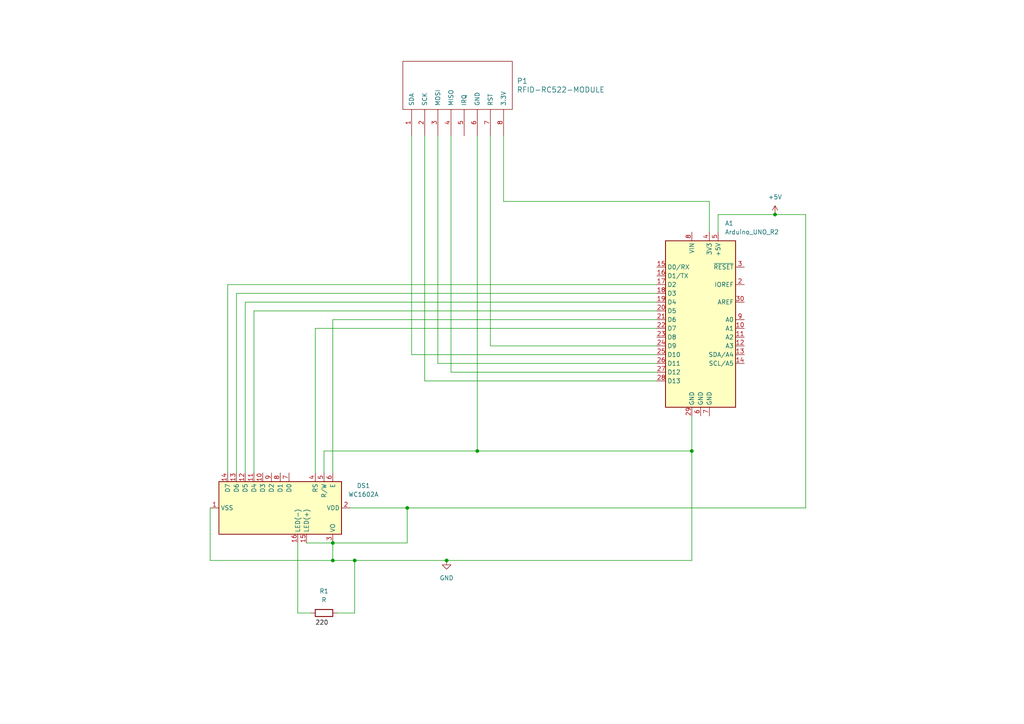
<source format=kicad_sch>
(kicad_sch (version 20230121) (generator eeschema)
  (paper "A4")
  (lib_symbols
    (symbol "Device:R" (pin_numbers hide) (pin_names (offset 0))
      (property "Reference" "R" (at 2.032 0 90))
      (property "Value" "R" (at 0 0 90))
      (symbol "R_0_1"
        (rectangle (start -1.016 -2.54) (end 1.016 2.54) (stroke (width 0.254)))
      )
      (symbol "R_1_1"
        (pin passive line (at 0 3.81 270) (length 1.27) (name "~") (number "1"))
        (pin passive line (at 0 -3.81 90) (length 1.27) (name "~") (number "2"))
      )
    )
    (symbol "Display_Character:WC1602A"
      (property "Reference" "DS" (at -5.842 19.05 0))
      (property "Value" "WC1602A" (at 5.334 19.05 0))
      (symbol "WC1602A_1_1"
        (rectangle (start -7.62 17.78) (end 7.62 -17.78) (stroke (width 0.254)) (fill (type background)))
        (pin power_in line (at 0 -20.32 90) (length 2.54) (name "VSS") (number "1"))
        (pin input line (at -10.16 -5.08 0) (length 2.54) (name "D3") (number "10"))
        (pin input line (at -10.16 -7.62 0) (length 2.54) (name "D4") (number "11"))
        (pin input line (at -10.16 -10.16 0) (length 2.54) (name "D5") (number "12"))
        (pin input line (at -10.16 -12.7 0) (length 2.54) (name "D6") (number "13"))
        (pin input line (at -10.16 -15.24 0) (length 2.54) (name "D7") (number "14"))
        (pin power_in line (at 10.16 7.62 180) (length 2.54) (name "LED(+)") (number "15"))
        (pin power_in line (at 10.16 5.08 180) (length 2.54) (name "LED(-)") (number "16"))
        (pin power_in line (at 0 20.32 270) (length 2.54) (name "VDD") (number "2"))
        (pin input line (at 10.16 15.24 180) (length 2.54) (name "VO") (number "3"))
        (pin input line (at -10.16 10.16 0) (length 2.54) (name "RS") (number "4"))
        (pin input line (at -10.16 12.7 0) (length 2.54) (name "R/W") (number "5"))
        (pin input line (at -10.16 15.24 0) (length 2.54) (name "E") (number "6"))
        (pin input line (at -10.16 2.54 0) (length 2.54) (name "D0") (number "7"))
        (pin input line (at -10.16 0 0) (length 2.54) (name "D1") (number "8"))
        (pin input line (at -10.16 -2.54 0) (length 2.54) (name "D2") (number "9"))
      )
    )
    (symbol "MCU_Module:Arduino_UNO_R2"
      (property "Reference" "A" (at -10.16 23.495 0))
      (property "Value" "Arduino_UNO_R2" (at 5.08 -26.67 0))
      (symbol "Arduino_UNO_R2_0_1"
        (rectangle (start -10.16 22.86) (end 10.16 -25.4) (stroke (width 0.254)) (fill (type background)))
      )
      (symbol "Arduino_UNO_R2_1_1"
        (pin no_connect line (at -10.16 -20.32 0) (length 2.54) hide (name "NC") (number "1"))
        (pin bidirectional line (at 12.7 -2.54 180) (length 2.54) (name "A1") (number "10"))
        (pin bidirectional line (at 12.7 -5.08 180) (length 2.54) (name "A2") (number "11"))
        (pin bidirectional line (at 12.7 -7.62 180) (length 2.54) (name "A3") (number "12"))
        (pin bidirectional line (at 12.7 -10.16 180) (length 2.54) (name "SDA/A4") (number "13"))
        (pin bidirectional line (at 12.7 -12.7 180) (length 2.54) (name "SCL/A5") (number "14"))
        (pin bidirectional line (at -12.7 15.24 0) (length 2.54) (name "D0/RX") (number "15"))
        (pin bidirectional line (at -12.7 12.7 0) (length 2.54) (name "D1/TX") (number "16"))
        (pin bidirectional line (at -12.7 10.16 0) (length 2.54) (name "D2") (number "17"))
        (pin bidirectional line (at -12.7 7.62 0) (length 2.54) (name "D3") (number "18"))
        (pin bidirectional line (at -12.7 5.08 0) (length 2.54) (name "D4") (number "19"))
        (pin output line (at 12.7 10.16 180) (length 2.54) (name "IOREF") (number "2"))
        (pin bidirectional line (at -12.7 2.54 0) (length 2.54) (name "D5") (number "20"))
        (pin bidirectional line (at -12.7 0 0) (length 2.54) (name "D6") (number "21"))
        (pin bidirectional line (at -12.7 -2.54 0) (length 2.54) (name "D7") (number "22"))
        (pin bidirectional line (at -12.7 -5.08 0) (length 2.54) (name "D8") (number "23"))
        (pin bidirectional line (at -12.7 -7.62 0) (length 2.54) (name "D9") (number "24"))
        (pin bidirectional line (at -12.7 -10.16 0) (length 2.54) (name "D10") (number "25"))
        (pin bidirectional line (at -12.7 -12.7 0) (length 2.54) (name "D11") (number "26"))
        (pin bidirectional line (at -12.7 -15.24 0) (length 2.54) (name "D12") (number "27"))
        (pin bidirectional line (at -12.7 -17.78 0) (length 2.54) (name "D13") (number "28"))
        (pin power_in line (at -2.54 -27.94 90) (length 2.54) (name "GND") (number "29"))
        (pin input line (at 12.7 15.24 180) (length 2.54) (name "~{RESET}") (number "3"))
        (pin input line (at 12.7 5.08 180) (length 2.54) (name "AREF") (number "30"))
        (pin power_out line (at 2.54 25.4 270) (length 2.54) (name "3V3") (number "4"))
        (pin power_out line (at 5.08 25.4 270) (length 2.54) (name "+5V") (number "5"))
        (pin power_in line (at 0 -27.94 90) (length 2.54) (name "GND") (number "6"))
        (pin power_in line (at 2.54 -27.94 90) (length 2.54) (name "GND") (number "7"))
        (pin power_in line (at -2.54 25.4 270) (length 2.54) (name "VIN") (number "8"))
        (pin bidirectional line (at 12.7 0 180) (length 2.54) (name "A0") (number "9"))
      )
    )
    (symbol "power:+5V" (power) (pin_names (offset 0))
      (property "Value" "+5V" (at 0 3.556 0))
      (symbol "+5V_0_1"
        (polyline (pts (xy -0.762 1.27) (xy 0 2.54)))
        (polyline (pts (xy 0 0) (xy 0 2.54)))
        (polyline (pts (xy 0 2.54) (xy 0.762 1.27)))
      )
      (symbol "+5V_1_1"
        (pin power_in line (at 0 0 90) (length 0) hide (name "+5V") (number "1"))
      )
    )
    (symbol "power:GND" (power) (pin_names (offset 0))
      (property "Value" "GND" (at 0 -3.81 0))
      (symbol "GND_0_1"
        (polyline (pts (xy 0 0) (xy 0 -1.27) (xy 1.27 -1.27) (xy 0 -2.54) (xy -1.27 -1.27) (xy 0 -1.27)))
      )
      (symbol "GND_1_1"
        (pin power_in line (at 0 0 270) (length 0) hide (name "GND") (number "1"))
      )
    )
    (symbol "rfid-rc522-module:RFID-RC522-MODULE" (pin_names (offset 1.016))
      (property "Reference" "P" (at 0 1.27 0))
      (property "Value" "RFID-RC522-MODULE" (at -1.27 3.81 0))
      (symbol "RFID-RC522-MODULE_0_1"
        (rectangle (start -16.51 7.62) (end 15.24 -6.35))
      )
      (symbol "RFID-RC522-MODULE_1_1"
        (pin input line (at -13.97 -13.97 90) (length 7.62) (name "SDA") (number "1"))
        (pin input line (at -10.16 -13.97 90) (length 7.62) (name "SCK") (number "2"))
        (pin input line (at -6.35 -13.97 90) (length 7.62) (name "MOSI") (number "3"))
        (pin input line (at -2.54 -13.97 90) (length 7.62) (name "MISO") (number "4"))
        (pin input line (at 1.27 -13.97 90) (length 7.62) (name "IRQ") (number "5"))
        (pin input line (at 5.08 -13.97 90) (length 7.62) (name "GND") (number "6"))
        (pin input line (at 8.89 -13.97 90) (length 7.62) (name "RST") (number "7"))
        (pin input line (at 12.7 -13.97 90) (length 7.62) (name "3.3V") (number "8"))
      )
    )
  )
  (junction (at 224.79 62.23))
  (junction (at 102.87 162.56))
  (junction (at 118.11 147.32))
  (junction (at 129.54 162.56))
  (junction (at 200.66 130.81))
  (junction (at 96.52 162.56))
  (junction (at 138.43 130.81))
  (junction (at 96.52 157.48))
  (wire (pts (xy 93.98 137.16) (xy 93.98 130.81)))
  (wire (pts (xy 208.28 62.23) (xy 208.28 67.31)))
  (wire (pts (xy 86.36 157.48) (xy 86.36 177.8)))
  (wire (pts (xy 66.04 137.16) (xy 66.04 82.55)))
  (wire (pts (xy 102.87 177.8) (xy 102.87 162.56)))
  (wire (pts (xy 96.52 137.16) (xy 96.52 92.71)))
  (wire (pts (xy 97.79 177.8) (xy 102.87 177.8)))
  (wire (pts (xy 118.11 147.32) (xy 233.68 147.32)))
  (wire (pts (xy 142.24 100.33) (xy 190.5 100.33)))
  (wire (pts (xy 96.52 162.56) (xy 102.87 162.56)))
  (wire (pts (xy 60.96 162.56) (xy 96.52 162.56)))
  (wire (pts (xy 127 39.37) (xy 127 105.41)))
  (wire (pts (xy 127 105.41) (xy 190.5 105.41)))
  (wire (pts (xy 73.66 137.16) (xy 73.66 90.17)))
  (wire (pts (xy 233.68 62.23) (xy 224.79 62.23)))
  (wire (pts (xy 96.52 157.48) (xy 96.52 162.56)))
  (wire (pts (xy 130.81 39.37) (xy 130.81 107.95)))
  (wire (pts (xy 96.52 157.48) (xy 118.11 157.48)))
  (wire (pts (xy 146.05 39.37) (xy 146.05 58.42)))
  (wire (pts (xy 138.43 130.81) (xy 200.66 130.81)))
  (wire (pts (xy 102.87 162.56) (xy 129.54 162.56)))
  (wire (pts (xy 200.66 130.81) (xy 200.66 120.65)))
  (wire (pts (xy 88.9 157.48) (xy 96.52 157.48)))
  (wire (pts (xy 91.44 137.16) (xy 91.44 95.25)))
  (wire (pts (xy 93.98 130.81) (xy 138.43 130.81)))
  (wire (pts (xy 205.74 58.42) (xy 205.74 67.31)))
  (wire (pts (xy 138.43 39.37) (xy 138.43 130.81)))
  (wire (pts (xy 123.19 110.49) (xy 190.5 110.49)))
  (wire (pts (xy 130.81 107.95) (xy 190.5 107.95)))
  (wire (pts (xy 68.58 137.16) (xy 68.58 85.09)))
  (wire (pts (xy 146.05 58.42) (xy 205.74 58.42)))
  (wire (pts (xy 233.68 147.32) (xy 233.68 62.23)))
  (wire (pts (xy 101.6 147.32) (xy 118.11 147.32)))
  (wire (pts (xy 96.52 92.71) (xy 190.5 92.71)))
  (wire (pts (xy 68.58 85.09) (xy 190.5 85.09)))
  (wire (pts (xy 142.24 39.37) (xy 142.24 100.33)))
  (wire (pts (xy 119.38 39.37) (xy 119.38 102.87)))
  (wire (pts (xy 60.96 147.32) (xy 60.96 162.56)))
  (wire (pts (xy 118.11 157.48) (xy 118.11 147.32)))
  (wire (pts (xy 224.79 62.23) (xy 208.28 62.23)))
  (wire (pts (xy 66.04 82.55) (xy 190.5 82.55)))
  (wire (pts (xy 91.44 95.25) (xy 190.5 95.25)))
  (wire (pts (xy 129.54 162.56) (xy 200.66 162.56)))
  (wire (pts (xy 71.12 137.16) (xy 71.12 87.63)))
  (wire (pts (xy 71.12 87.63) (xy 190.5 87.63)))
  (wire (pts (xy 200.66 162.56) (xy 200.66 130.81)))
  (wire (pts (xy 119.38 102.87) (xy 190.5 102.87)))
  (wire (pts (xy 73.66 90.17) (xy 190.5 90.17)))
  (wire (pts (xy 86.36 177.8) (xy 90.17 177.8)))
  (wire (pts (xy 123.19 39.37) (xy 123.19 110.49)))
  (label "220" (at 91.44 181.61 0))
  (symbol (lib_id "rfid-rc522-module:RFID-RC522-MODULE") (at 133.35 25.4 0) (unit 1)
    (property "Reference" "P1" (at 149.86 23.495 0) (effects (font (size 1.524 1.524)) (justify left)))
    (property "Value" "RFID-RC522-MODULE" (at 149.86 26.035 0) (effects (font (size 1.524 1.524)) (justify left)))
  )
  (symbol (lib_id "Display_Character:WC1602A") (at 81.28 147.32 270) (unit 1)
    (property "Reference" "DS1" (at 105.41 140.8683 90))
    (property "Value" "WC1602A" (at 105.41 143.4083 90))
    (property "Footprint" "Display:WC1602A" (effects hide))
    (property "Datasheet" "http://www.wincomlcd.com/pdf/WC1602A-SFYLYHTC06.pdf" (effects hide))
  )
  (symbol (lib_id "power:GND") (at 129.54 162.56 0) (unit 1)
    (property "Reference" "#PWR01" (effects hide))
    (property "Value" "GND" (at 129.54 167.64 0))
  )
  (symbol (lib_id "Device:R") (at 93.98 177.8 270) (unit 1)
    (property "Reference" "R1" (at 93.98 171.45 90))
    (property "Value" "R" (at 93.98 173.99 90))
  )
  (symbol (lib_id "power:+5V") (at 224.79 62.23 0) (unit 1)
    (property "Reference" "#PWR02" (effects hide))
    (property "Value" "+5V" (at 224.79 57.15 0))
  )
  (symbol (lib_id "MCU_Module:Arduino_UNO_R2") (at 203.2 92.71 0) (unit 1)
    (property "Reference" "A1" (at 210.2359 64.77 0) (effects (justify left)))
    (property "Value" "Arduino_UNO_R2" (at 210.2359 67.31 0) (effects (justify left)))
    (property "Footprint" "Module:Arduino_UNO_R2" (effects hide))
    (property "Datasheet" "https://www.arduino.cc/en/Main/arduinoBoardUno" (effects hide))
  )
)
</source>
